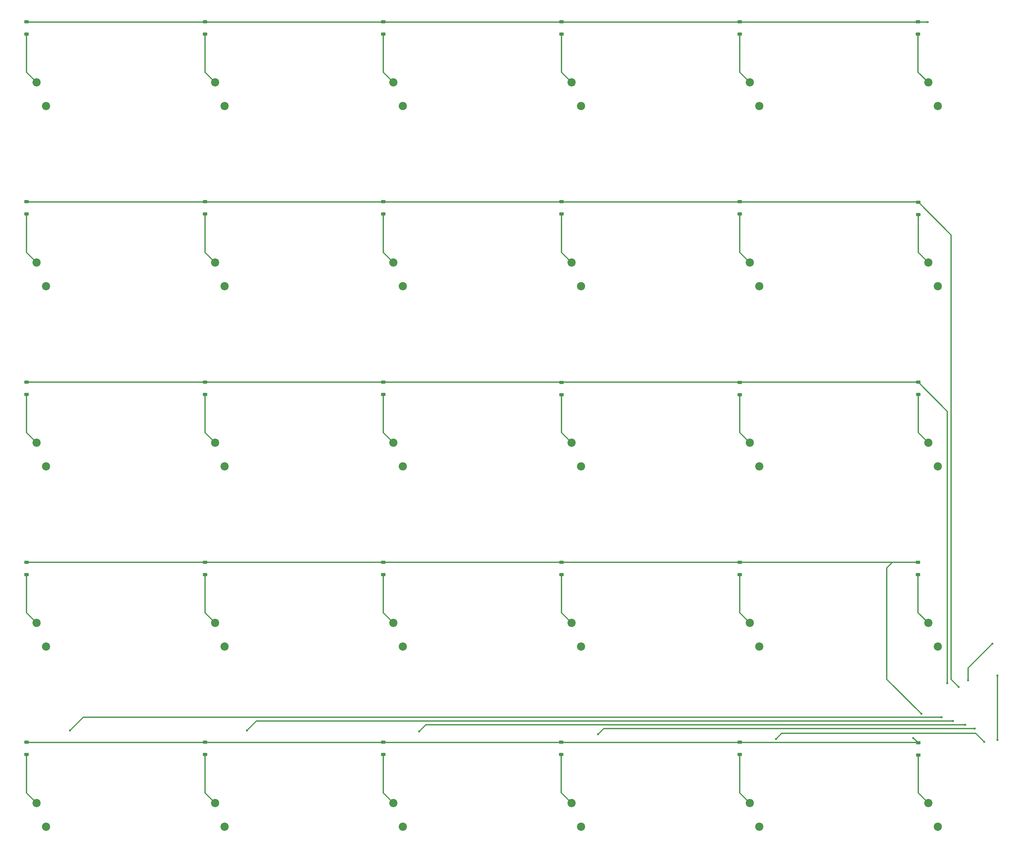
<source format=gbr>
%TF.GenerationSoftware,KiCad,Pcbnew,8.0.6*%
%TF.CreationDate,2025-03-22T17:54:38-05:00*%
%TF.ProjectId,Smartboard,536d6172-7462-46f6-9172-642e6b696361,rev?*%
%TF.SameCoordinates,Original*%
%TF.FileFunction,Copper,L1,Top*%
%TF.FilePolarity,Positive*%
%FSLAX46Y46*%
G04 Gerber Fmt 4.6, Leading zero omitted, Abs format (unit mm)*
G04 Created by KiCad (PCBNEW 8.0.6) date 2025-03-22 17:54:38*
%MOMM*%
%LPD*%
G01*
G04 APERTURE LIST*
G04 Aperture macros list*
%AMRoundRect*
0 Rectangle with rounded corners*
0 $1 Rounding radius*
0 $2 $3 $4 $5 $6 $7 $8 $9 X,Y pos of 4 corners*
0 Add a 4 corners polygon primitive as box body*
4,1,4,$2,$3,$4,$5,$6,$7,$8,$9,$2,$3,0*
0 Add four circle primitives for the rounded corners*
1,1,$1+$1,$2,$3*
1,1,$1+$1,$4,$5*
1,1,$1+$1,$6,$7*
1,1,$1+$1,$8,$9*
0 Add four rect primitives between the rounded corners*
20,1,$1+$1,$2,$3,$4,$5,0*
20,1,$1+$1,$4,$5,$6,$7,0*
20,1,$1+$1,$6,$7,$8,$9,0*
20,1,$1+$1,$8,$9,$2,$3,0*%
G04 Aperture macros list end*
%TA.AperFunction,ComponentPad*%
%ADD10C,2.200000*%
%TD*%
%TA.AperFunction,SMDPad,CuDef*%
%ADD11RoundRect,0.225000X-0.375000X0.225000X-0.375000X-0.225000X0.375000X-0.225000X0.375000X0.225000X0*%
%TD*%
%TA.AperFunction,ViaPad*%
%ADD12C,0.600000*%
%TD*%
%TA.AperFunction,Conductor*%
%ADD13C,0.300000*%
%TD*%
G04 APERTURE END LIST*
D10*
%TO.P,SW8,1*%
%TO.N,Net-(D8-A)*%
X125754000Y-120356000D03*
%TO.P,SW8,2*%
%TO.N,Net-(U1-PA8_A4_D4_SDA)*%
X128294000Y-126706000D03*
%TD*%
D11*
%TO.P,D14,1,K*%
%TO.N,Net-(D13-K)*%
X123041000Y-152402000D03*
%TO.P,D14,2,A*%
%TO.N,Net-(D14-A)*%
X123041000Y-155702000D03*
%TD*%
%TO.P,D8,1,K*%
%TO.N,Net-(D10-K)*%
X123041000Y-104014000D03*
%TO.P,D8,2,A*%
%TO.N,Net-(D8-A)*%
X123041000Y-107314000D03*
%TD*%
%TO.P,D5,1,K*%
%TO.N,Net-(D1-K)*%
X266612000Y-55754000D03*
%TO.P,D5,2,A*%
%TO.N,Net-(D5-A)*%
X266612000Y-59054000D03*
%TD*%
D10*
%TO.P,SW27,1*%
%TO.N,Net-(D27-A)*%
X173611000Y-265355000D03*
%TO.P,SW27,2*%
%TO.N,Net-(U1-PA11_A3_D3)*%
X176151000Y-271705000D03*
%TD*%
D11*
%TO.P,D24,1,K*%
%TO.N,Net-(D19-K)*%
X314452000Y-200788000D03*
%TO.P,D24,2,A*%
%TO.N,Net-(D24-A)*%
X314452000Y-204088000D03*
%TD*%
D10*
%TO.P,SW17,1*%
%TO.N,Net-(D17-A)*%
X269325000Y-168689000D03*
%TO.P,SW17,2*%
%TO.N,Net-(U1-PA4_A1_D1)*%
X271865000Y-175039000D03*
%TD*%
%TO.P,SW30,1*%
%TO.N,Net-(D30-A)*%
X317182000Y-265355000D03*
%TO.P,SW30,2*%
%TO.N,Net-(U1-PA02_A0_D0)*%
X319722000Y-271705000D03*
%TD*%
%TO.P,SW20,1*%
%TO.N,Net-(D20-A)*%
X125754000Y-217022000D03*
%TO.P,SW20,2*%
%TO.N,Net-(U1-PA8_A4_D4_SDA)*%
X128294000Y-223372000D03*
%TD*%
%TO.P,SW25,1*%
%TO.N,Net-(D25-A)*%
X77897000Y-265355000D03*
%TO.P,SW25,2*%
%TO.N,Net-(U1-PA9_A5_D5_SCL)*%
X80437000Y-271705000D03*
%TD*%
%TO.P,SW3,1*%
%TO.N,Net-(D3-A)*%
X173611000Y-72023000D03*
%TO.P,SW3,2*%
%TO.N,Net-(U1-PA11_A3_D3)*%
X176151000Y-78373000D03*
%TD*%
%TO.P,SW11,1*%
%TO.N,Net-(D11-A)*%
X269325000Y-120356000D03*
%TO.P,SW11,2*%
%TO.N,Net-(U1-PA4_A1_D1)*%
X271865000Y-126706000D03*
%TD*%
%TO.P,SW18,1*%
%TO.N,Net-(D18-A)*%
X317182000Y-168689000D03*
%TO.P,SW18,2*%
%TO.N,Net-(U1-PA02_A0_D0)*%
X319722000Y-175039000D03*
%TD*%
D11*
%TO.P,D10,1,K*%
%TO.N,Net-(D10-K)*%
X218755000Y-104014000D03*
%TO.P,D10,2,A*%
%TO.N,Net-(D10-A)*%
X218755000Y-107314000D03*
%TD*%
D10*
%TO.P,SW4,1*%
%TO.N,Net-(D4-A)*%
X221468000Y-72023000D03*
%TO.P,SW4,2*%
%TO.N,Net-(U1-PA10_A2_D2)*%
X224008000Y-78373000D03*
%TD*%
D11*
%TO.P,D15,1,K*%
%TO.N,Net-(D13-K)*%
X170898000Y-152402000D03*
%TO.P,D15,2,A*%
%TO.N,Net-(D15-A)*%
X170898000Y-155702000D03*
%TD*%
%TO.P,D27,1,K*%
%TO.N,Net-(D25-K)*%
X170898000Y-249048000D03*
%TO.P,D27,2,A*%
%TO.N,Net-(D27-A)*%
X170898000Y-252348000D03*
%TD*%
D10*
%TO.P,SW7,1*%
%TO.N,Net-(D7-A)*%
X77897000Y-120356000D03*
%TO.P,SW7,2*%
%TO.N,Net-(U1-PA9_A5_D5_SCL)*%
X80437000Y-126706000D03*
%TD*%
D11*
%TO.P,D1,1,K*%
%TO.N,Net-(D1-K)*%
X75184000Y-55754000D03*
%TO.P,D1,2,A*%
%TO.N,Net-(D1-A)*%
X75184000Y-59054000D03*
%TD*%
D10*
%TO.P,SW13,1*%
%TO.N,Net-(D13-A)*%
X77897000Y-168689000D03*
%TO.P,SW13,2*%
%TO.N,Net-(U1-PA9_A5_D5_SCL)*%
X80437000Y-175039000D03*
%TD*%
%TO.P,SW14,1*%
%TO.N,Net-(D14-A)*%
X125754000Y-168689000D03*
%TO.P,SW14,2*%
%TO.N,Net-(U1-PA8_A4_D4_SDA)*%
X128294000Y-175039000D03*
%TD*%
%TO.P,SW29,1*%
%TO.N,Net-(D29-A)*%
X269325000Y-265355000D03*
%TO.P,SW29,2*%
%TO.N,Net-(U1-PA4_A1_D1)*%
X271865000Y-271705000D03*
%TD*%
D11*
%TO.P,D16,1,K*%
%TO.N,Net-(D13-K)*%
X218755000Y-152528000D03*
%TO.P,D16,2,A*%
%TO.N,Net-(D16-A)*%
X218755000Y-155828000D03*
%TD*%
D10*
%TO.P,SW26,1*%
%TO.N,Net-(D26-A)*%
X125754000Y-265355000D03*
%TO.P,SW26,2*%
%TO.N,Net-(U1-PA8_A4_D4_SDA)*%
X128294000Y-271705000D03*
%TD*%
D11*
%TO.P,D9,1,K*%
%TO.N,Net-(D10-K)*%
X170898000Y-104014000D03*
%TO.P,D9,2,A*%
%TO.N,Net-(D9-A)*%
X170898000Y-107314000D03*
%TD*%
D10*
%TO.P,SW5,1*%
%TO.N,Net-(D5-A)*%
X269325000Y-72023000D03*
%TO.P,SW5,2*%
%TO.N,Net-(U1-PA4_A1_D1)*%
X271865000Y-78373000D03*
%TD*%
%TO.P,SW12,1*%
%TO.N,Net-(D12-A)*%
X317182000Y-120356000D03*
%TO.P,SW12,2*%
%TO.N,Net-(U1-PA02_A0_D0)*%
X319722000Y-126706000D03*
%TD*%
D11*
%TO.P,D23,1,K*%
%TO.N,Net-(D19-K)*%
X266612000Y-200788000D03*
%TO.P,D23,2,A*%
%TO.N,Net-(D23-A)*%
X266612000Y-204088000D03*
%TD*%
%TO.P,D7,1,K*%
%TO.N,Net-(D10-K)*%
X75184000Y-104014000D03*
%TO.P,D7,2,A*%
%TO.N,Net-(D7-A)*%
X75184000Y-107314000D03*
%TD*%
%TO.P,D2,1,K*%
%TO.N,Net-(D1-K)*%
X123041000Y-55754000D03*
%TO.P,D2,2,A*%
%TO.N,Net-(D2-A)*%
X123041000Y-59054000D03*
%TD*%
%TO.P,D6,1,K*%
%TO.N,Net-(D1-K)*%
X314452000Y-55754000D03*
%TO.P,D6,2,A*%
%TO.N,Net-(D6-A)*%
X314452000Y-59054000D03*
%TD*%
%TO.P,D21,1,K*%
%TO.N,Net-(D19-K)*%
X170898000Y-200788000D03*
%TO.P,D21,2,A*%
%TO.N,Net-(D21-A)*%
X170898000Y-204088000D03*
%TD*%
%TO.P,D12,1,K*%
%TO.N,Net-(D10-K)*%
X314469000Y-104142000D03*
%TO.P,D12,2,A*%
%TO.N,Net-(D12-A)*%
X314469000Y-107442000D03*
%TD*%
%TO.P,D22,1,K*%
%TO.N,Net-(D19-K)*%
X218755000Y-200788000D03*
%TO.P,D22,2,A*%
%TO.N,Net-(D22-A)*%
X218755000Y-204088000D03*
%TD*%
D10*
%TO.P,SW22,1*%
%TO.N,Net-(D22-A)*%
X221468000Y-217022000D03*
%TO.P,SW22,2*%
%TO.N,Net-(U1-PA10_A2_D2)*%
X224008000Y-223372000D03*
%TD*%
%TO.P,SW24,1*%
%TO.N,Net-(D24-A)*%
X317182000Y-217022000D03*
%TO.P,SW24,2*%
%TO.N,Net-(U1-PA02_A0_D0)*%
X319722000Y-223372000D03*
%TD*%
%TO.P,SW6,1*%
%TO.N,Net-(D6-A)*%
X317182000Y-72023000D03*
%TO.P,SW6,2*%
%TO.N,Net-(U1-PA02_A0_D0)*%
X319722000Y-78373000D03*
%TD*%
%TO.P,SW1,1*%
%TO.N,Net-(D1-A)*%
X77897000Y-72023000D03*
%TO.P,SW1,2*%
%TO.N,Net-(U1-PA9_A5_D5_SCL)*%
X80437000Y-78373000D03*
%TD*%
D11*
%TO.P,D28,1,K*%
%TO.N,Net-(D25-K)*%
X218694000Y-249048000D03*
%TO.P,D28,2,A*%
%TO.N,Net-(D28-A)*%
X218694000Y-252348000D03*
%TD*%
D10*
%TO.P,SW19,1*%
%TO.N,Net-(D19-A)*%
X77897000Y-217022000D03*
%TO.P,SW19,2*%
%TO.N,Net-(U1-PA9_A5_D5_SCL)*%
X80437000Y-223372000D03*
%TD*%
D11*
%TO.P,D25,1,K*%
%TO.N,Net-(D25-K)*%
X75184000Y-249048000D03*
%TO.P,D25,2,A*%
%TO.N,Net-(D25-A)*%
X75184000Y-252348000D03*
%TD*%
D10*
%TO.P,SW2,1*%
%TO.N,Net-(D2-A)*%
X125754000Y-72023000D03*
%TO.P,SW2,2*%
%TO.N,Net-(U1-PA8_A4_D4_SDA)*%
X128294000Y-78373000D03*
%TD*%
D11*
%TO.P,D4,1,K*%
%TO.N,Net-(D1-K)*%
X218755000Y-55754000D03*
%TO.P,D4,2,A*%
%TO.N,Net-(D4-A)*%
X218755000Y-59054000D03*
%TD*%
%TO.P,D11,1,K*%
%TO.N,Net-(D10-K)*%
X266612000Y-104014000D03*
%TO.P,D11,2,A*%
%TO.N,Net-(D11-A)*%
X266612000Y-107314000D03*
%TD*%
D10*
%TO.P,SW21,1*%
%TO.N,Net-(D21-A)*%
X173611000Y-217022000D03*
%TO.P,SW21,2*%
%TO.N,Net-(U1-PA11_A3_D3)*%
X176151000Y-223372000D03*
%TD*%
D11*
%TO.P,D17,1,K*%
%TO.N,Net-(D13-K)*%
X266612000Y-152528000D03*
%TO.P,D17,2,A*%
%TO.N,Net-(D17-A)*%
X266612000Y-155828000D03*
%TD*%
D10*
%TO.P,SW28,1*%
%TO.N,Net-(D28-A)*%
X221468000Y-265355000D03*
%TO.P,SW28,2*%
%TO.N,Net-(U1-PA10_A2_D2)*%
X224008000Y-271705000D03*
%TD*%
%TO.P,SW9,1*%
%TO.N,Net-(D9-A)*%
X173611000Y-120356000D03*
%TO.P,SW9,2*%
%TO.N,Net-(U1-PA11_A3_D3)*%
X176151000Y-126706000D03*
%TD*%
D11*
%TO.P,D19,1,K*%
%TO.N,Net-(D19-K)*%
X75184000Y-200788000D03*
%TO.P,D19,2,A*%
%TO.N,Net-(D19-A)*%
X75184000Y-204088000D03*
%TD*%
%TO.P,D13,1,K*%
%TO.N,Net-(D13-K)*%
X75184000Y-152402000D03*
%TO.P,D13,2,A*%
%TO.N,Net-(D13-A)*%
X75184000Y-155702000D03*
%TD*%
%TO.P,D3,1,K*%
%TO.N,Net-(D1-K)*%
X170898000Y-55754000D03*
%TO.P,D3,2,A*%
%TO.N,Net-(D3-A)*%
X170898000Y-59054000D03*
%TD*%
%TO.P,D30,1,K*%
%TO.N,Net-(D25-K)*%
X314469000Y-249176000D03*
%TO.P,D30,2,A*%
%TO.N,Net-(D30-A)*%
X314469000Y-252476000D03*
%TD*%
%TO.P,D20,1,K*%
%TO.N,Net-(D19-K)*%
X123041000Y-200788000D03*
%TO.P,D20,2,A*%
%TO.N,Net-(D20-A)*%
X123041000Y-204088000D03*
%TD*%
%TO.P,D18,1,K*%
%TO.N,Net-(D13-K)*%
X314469000Y-152402000D03*
%TO.P,D18,2,A*%
%TO.N,Net-(D18-A)*%
X314469000Y-155702000D03*
%TD*%
D10*
%TO.P,SW15,1*%
%TO.N,Net-(D15-A)*%
X173611000Y-168689000D03*
%TO.P,SW15,2*%
%TO.N,Net-(U1-PA11_A3_D3)*%
X176151000Y-175039000D03*
%TD*%
%TO.P,SW10,1*%
%TO.N,Net-(D10-A)*%
X221468000Y-120356000D03*
%TO.P,SW10,2*%
%TO.N,Net-(U1-PA10_A2_D2)*%
X224008000Y-126706000D03*
%TD*%
D11*
%TO.P,D29,1,K*%
%TO.N,Net-(D25-K)*%
X266612000Y-249048000D03*
%TO.P,D29,2,A*%
%TO.N,Net-(D29-A)*%
X266612000Y-252348000D03*
%TD*%
%TO.P,D26,1,K*%
%TO.N,Net-(D25-K)*%
X123041000Y-249048000D03*
%TO.P,D26,2,A*%
%TO.N,Net-(D26-A)*%
X123041000Y-252348000D03*
%TD*%
D10*
%TO.P,SW23,1*%
%TO.N,Net-(D23-A)*%
X269325000Y-217022000D03*
%TO.P,SW23,2*%
%TO.N,Net-(U1-PA4_A1_D1)*%
X271865000Y-223372000D03*
%TD*%
%TO.P,SW16,1*%
%TO.N,Net-(D16-A)*%
X221468000Y-168689000D03*
%TO.P,SW16,2*%
%TO.N,Net-(U1-PA10_A2_D2)*%
X224008000Y-175039000D03*
%TD*%
D12*
%TO.N,Net-(D1-K)*%
X317089000Y-55783000D03*
X327914000Y-232410000D03*
X334391000Y-222631000D03*
%TO.N,Net-(D10-K)*%
X325374000Y-234188000D03*
%TO.N,Net-(D13-K)*%
X322326000Y-233172000D03*
%TO.N,Net-(D19-K)*%
X315341000Y-241427000D03*
%TO.N,Net-(D25-K)*%
X313189500Y-247896500D03*
%TO.N,Net-(U1-PA9_A5_D5_SCL)*%
X320802000Y-242316000D03*
X86868000Y-245872000D03*
%TO.N,Net-(U1-PA8_A4_D4_SDA)*%
X323850000Y-243332000D03*
X134366000Y-245872000D03*
%TO.N,Net-(U1-PA11_A3_D3)*%
X180594000Y-246126000D03*
X327152000Y-244348000D03*
%TO.N,Net-(U1-PA10_A2_D2)*%
X329692000Y-245364000D03*
X228600000Y-246888000D03*
%TO.N,Net-(U1-PA4_A1_D1)*%
X276352000Y-248158000D03*
X332232000Y-248920000D03*
%TO.N,Net-(U1-PA02_A0_D0)*%
X335788000Y-231140000D03*
X335788000Y-248412000D03*
%TD*%
D13*
%TO.N,Net-(D1-A)*%
X75184000Y-69310000D02*
X77897000Y-72023000D01*
X75184000Y-69310000D02*
X75184000Y-59054000D01*
%TO.N,Net-(D1-K)*%
X75184000Y-55783000D02*
X123041000Y-55783000D01*
X327914000Y-232410000D02*
X327914000Y-229108000D01*
X218755000Y-55783000D02*
X266612000Y-55783000D01*
X123041000Y-55783000D02*
X170898000Y-55783000D01*
X317089000Y-55783000D02*
X314469000Y-55783000D01*
X327914000Y-229108000D02*
X334391000Y-222631000D01*
X170898000Y-55783000D02*
X218755000Y-55783000D01*
X266612000Y-55783000D02*
X314469000Y-55783000D01*
%TO.N,Net-(D2-A)*%
X123041000Y-69310000D02*
X125754000Y-72023000D01*
X123041000Y-69310000D02*
X123041000Y-59054000D01*
%TO.N,Net-(D3-A)*%
X173611000Y-72023000D02*
X170898000Y-69310000D01*
X170898000Y-69310000D02*
X170898000Y-59054000D01*
%TO.N,Net-(D4-A)*%
X218755000Y-69310000D02*
X218755000Y-59054000D01*
X221468000Y-72023000D02*
X218755000Y-69310000D01*
%TO.N,Net-(D5-A)*%
X266612000Y-69310000D02*
X266612000Y-59054000D01*
X266612000Y-69310000D02*
X269325000Y-72023000D01*
%TO.N,Net-(D6-A)*%
X317182000Y-72023000D02*
X314452000Y-69293000D01*
X314452000Y-69293000D02*
X314452000Y-59054000D01*
%TO.N,Net-(D7-A)*%
X75184000Y-117643000D02*
X75184000Y-107314000D01*
X75184000Y-117643000D02*
X77897000Y-120356000D01*
%TO.N,Net-(D10-K)*%
X170898000Y-104116000D02*
X123041000Y-104116000D01*
X123041000Y-104116000D02*
X75184000Y-104116000D01*
X266612000Y-104116000D02*
X218755000Y-104116000D01*
X323342000Y-229870000D02*
X323342000Y-232156000D01*
X314469000Y-104116000D02*
X266612000Y-104116000D01*
X323342000Y-229870000D02*
X323342000Y-112989000D01*
X323342000Y-232156000D02*
X325374000Y-234188000D01*
X218755000Y-104116000D02*
X170898000Y-104116000D01*
X323342000Y-112989000D02*
X314469000Y-104116000D01*
%TO.N,Net-(D8-A)*%
X123041000Y-117643000D02*
X125754000Y-120356000D01*
X123041000Y-117643000D02*
X123041000Y-107314000D01*
%TO.N,Net-(D9-A)*%
X170898000Y-117643000D02*
X173611000Y-120356000D01*
X170898000Y-117643000D02*
X170898000Y-107314000D01*
%TO.N,Net-(D10-A)*%
X218755000Y-117643000D02*
X218755000Y-107314000D01*
X218755000Y-117643000D02*
X221468000Y-120356000D01*
%TO.N,Net-(D11-A)*%
X266612000Y-117643000D02*
X269325000Y-120356000D01*
X266612000Y-117643000D02*
X266612000Y-107314000D01*
%TO.N,Net-(D12-A)*%
X314469000Y-117643000D02*
X314469000Y-107442000D01*
X314469000Y-117643000D02*
X317182000Y-120356000D01*
%TO.N,Net-(D13-K)*%
X123041000Y-152449000D02*
X170898000Y-152449000D01*
X218755000Y-152449000D02*
X266612000Y-152449000D01*
X266612000Y-152449000D02*
X314469000Y-152449000D01*
X322326000Y-231902000D02*
X322326000Y-160306000D01*
X170898000Y-152449000D02*
X218755000Y-152449000D01*
X322326000Y-233172000D02*
X322326000Y-231902000D01*
X75184000Y-152449000D02*
X123041000Y-152449000D01*
X322326000Y-160306000D02*
X314469000Y-152449000D01*
%TO.N,Net-(D13-A)*%
X75184000Y-165976000D02*
X77897000Y-168689000D01*
X75184000Y-165976000D02*
X75184000Y-155702000D01*
%TO.N,Net-(D14-A)*%
X123041000Y-165976000D02*
X123041000Y-155702000D01*
X125754000Y-168689000D02*
X123041000Y-165976000D01*
%TO.N,Net-(D15-A)*%
X170898000Y-165976000D02*
X173611000Y-168689000D01*
X170898000Y-165976000D02*
X170898000Y-155702000D01*
%TO.N,Net-(D16-A)*%
X218755000Y-165976000D02*
X218755000Y-155828000D01*
X221468000Y-168689000D02*
X218755000Y-165976000D01*
%TO.N,Net-(D17-A)*%
X266612000Y-165976000D02*
X266612000Y-155828000D01*
X269325000Y-168689000D02*
X266612000Y-165976000D01*
%TO.N,Net-(D18-A)*%
X314469000Y-165976000D02*
X317182000Y-168689000D01*
X314469000Y-165976000D02*
X314469000Y-155702000D01*
%TO.N,Net-(D19-A)*%
X75184000Y-214309000D02*
X77897000Y-217022000D01*
X75184000Y-214309000D02*
X75184000Y-204088000D01*
%TO.N,Net-(D19-K)*%
X123041000Y-200782000D02*
X75184000Y-200782000D01*
X266612000Y-200782000D02*
X218755000Y-200782000D01*
X218755000Y-200782000D02*
X170898000Y-200782000D01*
X307594000Y-200782000D02*
X266612000Y-200782000D01*
X314469000Y-200782000D02*
X307594000Y-200782000D01*
X306070000Y-232156000D02*
X306070000Y-202306000D01*
X315341000Y-241427000D02*
X306070000Y-232156000D01*
X123041000Y-200782000D02*
X170898000Y-200782000D01*
X306070000Y-202306000D02*
X307594000Y-200782000D01*
%TO.N,Net-(D20-A)*%
X123041000Y-214309000D02*
X125754000Y-217022000D01*
X123041000Y-214309000D02*
X123041000Y-204088000D01*
%TO.N,Net-(D21-A)*%
X170898000Y-214309000D02*
X170898000Y-204088000D01*
X173611000Y-217022000D02*
X170898000Y-214309000D01*
%TO.N,Net-(D22-A)*%
X218755000Y-214309000D02*
X218755000Y-204088000D01*
X218755000Y-214309000D02*
X221468000Y-217022000D01*
%TO.N,Net-(D23-A)*%
X266612000Y-214309000D02*
X266612000Y-204088000D01*
X266612000Y-214309000D02*
X269325000Y-217022000D01*
%TO.N,Net-(D24-A)*%
X317182000Y-217022000D02*
X314452000Y-214292000D01*
X314452000Y-214292000D02*
X314452000Y-204088000D01*
%TO.N,Net-(D25-A)*%
X75184000Y-262642000D02*
X77897000Y-265355000D01*
X75184000Y-262642000D02*
X75184000Y-252348000D01*
%TO.N,Net-(D25-K)*%
X170898000Y-249115000D02*
X123041000Y-249115000D01*
X314469000Y-249115000D02*
X266612000Y-249115000D01*
X123041000Y-249115000D02*
X75184000Y-249115000D01*
X266612000Y-249115000D02*
X218755000Y-249115000D01*
X218755000Y-249115000D02*
X170898000Y-249115000D01*
X313189500Y-247896500D02*
X314469000Y-249176000D01*
%TO.N,Net-(D26-A)*%
X123041000Y-262642000D02*
X125754000Y-265355000D01*
X123041000Y-262642000D02*
X123041000Y-252348000D01*
%TO.N,Net-(D27-A)*%
X170898000Y-262642000D02*
X170898000Y-252348000D01*
X170898000Y-262642000D02*
X173611000Y-265355000D01*
%TO.N,Net-(D28-A)*%
X218694000Y-262581000D02*
X218694000Y-252348000D01*
X221468000Y-265355000D02*
X218694000Y-262581000D01*
%TO.N,Net-(D29-A)*%
X266612000Y-262642000D02*
X266612000Y-252348000D01*
X266612000Y-262642000D02*
X269325000Y-265355000D01*
%TO.N,Net-(D30-A)*%
X314469000Y-262642000D02*
X317182000Y-265355000D01*
X314469000Y-262642000D02*
X314469000Y-252476000D01*
%TO.N,Net-(U1-PA9_A5_D5_SCL)*%
X320802000Y-242316000D02*
X90424000Y-242316000D01*
X90424000Y-242316000D02*
X86868000Y-245872000D01*
%TO.N,Net-(U1-PA8_A4_D4_SDA)*%
X323850000Y-243332000D02*
X136906000Y-243332000D01*
X136906000Y-243332000D02*
X134366000Y-245872000D01*
%TO.N,Net-(U1-PA11_A3_D3)*%
X182372000Y-244348000D02*
X180594000Y-246126000D01*
X327152000Y-244348000D02*
X182372000Y-244348000D01*
%TO.N,Net-(U1-PA10_A2_D2)*%
X329692000Y-245364000D02*
X230124000Y-245364000D01*
X230124000Y-245364000D02*
X228600000Y-246888000D01*
%TO.N,Net-(U1-PA4_A1_D1)*%
X277876000Y-246634000D02*
X276352000Y-248158000D01*
X332232000Y-248920000D02*
X329946000Y-246634000D01*
X329946000Y-246634000D02*
X277876000Y-246634000D01*
%TO.N,Net-(U1-PA02_A0_D0)*%
X335788000Y-248412000D02*
X335788000Y-231140000D01*
%TD*%
M02*

</source>
